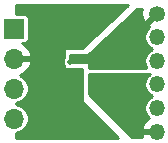
<source format=gbr>
%TF.GenerationSoftware,KiCad,Pcbnew,(5.1.10)-1*%
%TF.CreationDate,2021-07-29T15:12:46-05:00*%
%TF.ProjectId,FDC1004Q-Breakout,46444331-3030-4345-912d-427265616b6f,rev?*%
%TF.SameCoordinates,Original*%
%TF.FileFunction,Copper,L2,Bot*%
%TF.FilePolarity,Positive*%
%FSLAX46Y46*%
G04 Gerber Fmt 4.6, Leading zero omitted, Abs format (unit mm)*
G04 Created by KiCad (PCBNEW (5.1.10)-1) date 2021-07-29 15:12:46*
%MOMM*%
%LPD*%
G01*
G04 APERTURE LIST*
%TA.AperFunction,ComponentPad*%
%ADD10O,1.350000X1.350000*%
%TD*%
%TA.AperFunction,ComponentPad*%
%ADD11C,1.350000*%
%TD*%
%TA.AperFunction,ComponentPad*%
%ADD12O,1.700000X1.700000*%
%TD*%
%TA.AperFunction,ComponentPad*%
%ADD13R,1.700000X1.700000*%
%TD*%
%TA.AperFunction,ViaPad*%
%ADD14C,0.500000*%
%TD*%
%TA.AperFunction,Conductor*%
%ADD15C,0.254000*%
%TD*%
%TA.AperFunction,Conductor*%
%ADD16C,0.100000*%
%TD*%
G04 APERTURE END LIST*
D10*
%TO.P,J2,6*%
%TO.N,SHLD1*%
X146685000Y-109060000D03*
%TO.P,J2,5*%
%TO.N,CIN1*%
X146685000Y-107060000D03*
%TO.P,J2,4*%
%TO.N,CIN2*%
X146685000Y-105060000D03*
%TO.P,J2,3*%
%TO.N,CIN3*%
X146685000Y-103060000D03*
%TO.P,J2,2*%
%TO.N,CIN4*%
X146685000Y-101060000D03*
D11*
%TO.P,J2,1*%
%TO.N,SHLD2*%
X146685000Y-99060000D03*
%TD*%
D12*
%TO.P,J1,4*%
%TO.N,SDA*%
X134620000Y-107950000D03*
%TO.P,J1,3*%
%TO.N,SCL*%
X134620000Y-105410000D03*
%TO.P,J1,2*%
%TO.N,GND*%
X134620000Y-102870000D03*
D13*
%TO.P,J1,1*%
%TO.N,+3V3*%
X134620000Y-100330000D03*
%TD*%
D14*
%TO.N,GND*%
X139827000Y-101219000D03*
X143510000Y-98552000D03*
X137668000Y-98679000D03*
X135636000Y-109220000D03*
X142494000Y-109220000D03*
X137668000Y-102489000D03*
X139700000Y-104140000D03*
X137023683Y-103424066D03*
%TO.N,SHLD1*%
X142621000Y-105410000D03*
X144970500Y-105791000D03*
X144907000Y-104394000D03*
X141160500Y-104330500D03*
%TO.N,SHLD2*%
X139382500Y-103124000D03*
X141160500Y-103441500D03*
X143764000Y-102489000D03*
X144780000Y-103505000D03*
%TD*%
D15*
%TO.N,SHLD1*%
X146011839Y-104239751D02*
X145864751Y-104386839D01*
X145749185Y-104559796D01*
X145669581Y-104751976D01*
X145629000Y-104955993D01*
X145629000Y-105164007D01*
X145669581Y-105368024D01*
X145749185Y-105560204D01*
X145864751Y-105733161D01*
X146011839Y-105880249D01*
X146184796Y-105995815D01*
X146339751Y-106060000D01*
X146184796Y-106124185D01*
X146011839Y-106239751D01*
X145864751Y-106386839D01*
X145749185Y-106559796D01*
X145669581Y-106751976D01*
X145629000Y-106955993D01*
X145629000Y-107164007D01*
X145669581Y-107368024D01*
X145749185Y-107560204D01*
X145864751Y-107733161D01*
X146011839Y-107880249D01*
X146061283Y-107913286D01*
X145895463Y-108014656D01*
X145706697Y-108188773D01*
X145555527Y-108396371D01*
X145447762Y-108629472D01*
X145417090Y-108730600D01*
X145540776Y-108933000D01*
X146558000Y-108933000D01*
X146558000Y-108913000D01*
X146812000Y-108913000D01*
X146812000Y-108933000D01*
X146832000Y-108933000D01*
X146832000Y-109187000D01*
X146812000Y-109187000D01*
X146812000Y-109207000D01*
X146558000Y-109207000D01*
X146558000Y-109187000D01*
X145540776Y-109187000D01*
X145417090Y-109389400D01*
X145442749Y-109474000D01*
X144578606Y-109474000D01*
X140970000Y-105865394D01*
X140970000Y-104140000D01*
X146161127Y-104140000D01*
X146011839Y-104239751D01*
%TA.AperFunction,Conductor*%
D16*
G36*
X146011839Y-104239751D02*
G01*
X145864751Y-104386839D01*
X145749185Y-104559796D01*
X145669581Y-104751976D01*
X145629000Y-104955993D01*
X145629000Y-105164007D01*
X145669581Y-105368024D01*
X145749185Y-105560204D01*
X145864751Y-105733161D01*
X146011839Y-105880249D01*
X146184796Y-105995815D01*
X146339751Y-106060000D01*
X146184796Y-106124185D01*
X146011839Y-106239751D01*
X145864751Y-106386839D01*
X145749185Y-106559796D01*
X145669581Y-106751976D01*
X145629000Y-106955993D01*
X145629000Y-107164007D01*
X145669581Y-107368024D01*
X145749185Y-107560204D01*
X145864751Y-107733161D01*
X146011839Y-107880249D01*
X146061283Y-107913286D01*
X145895463Y-108014656D01*
X145706697Y-108188773D01*
X145555527Y-108396371D01*
X145447762Y-108629472D01*
X145417090Y-108730600D01*
X145540776Y-108933000D01*
X146558000Y-108933000D01*
X146558000Y-108913000D01*
X146812000Y-108913000D01*
X146812000Y-108933000D01*
X146832000Y-108933000D01*
X146832000Y-109187000D01*
X146812000Y-109187000D01*
X146812000Y-109207000D01*
X146558000Y-109207000D01*
X146558000Y-109187000D01*
X145540776Y-109187000D01*
X145417090Y-109389400D01*
X145442749Y-109474000D01*
X144578606Y-109474000D01*
X140970000Y-105865394D01*
X140970000Y-104140000D01*
X146161127Y-104140000D01*
X146011839Y-104239751D01*
G37*
%TD.AperFunction*%
%TD*%
D15*
%TO.N,SHLD2*%
X145381355Y-98877633D02*
X145370826Y-99135465D01*
X145410800Y-99390398D01*
X145499741Y-99632633D01*
X145550379Y-99727370D01*
X145781600Y-99783795D01*
X146505395Y-99060000D01*
X146491253Y-99045858D01*
X146670858Y-98866253D01*
X146685000Y-98880395D01*
X146699143Y-98866253D01*
X146878748Y-99045858D01*
X146864605Y-99060000D01*
X146878748Y-99074143D01*
X146699143Y-99253748D01*
X146685000Y-99239605D01*
X145961205Y-99963400D01*
X146017630Y-100194621D01*
X146054110Y-100211507D01*
X146011839Y-100239751D01*
X145864751Y-100386839D01*
X145749185Y-100559796D01*
X145669581Y-100751976D01*
X145629000Y-100955993D01*
X145629000Y-101164007D01*
X145669581Y-101368024D01*
X145749185Y-101560204D01*
X145864751Y-101733161D01*
X146011839Y-101880249D01*
X146184796Y-101995815D01*
X146339751Y-102060000D01*
X146184796Y-102124185D01*
X146011839Y-102239751D01*
X145864751Y-102386839D01*
X145749185Y-102559796D01*
X145669581Y-102751976D01*
X145629000Y-102955993D01*
X145629000Y-103164007D01*
X145669581Y-103368024D01*
X145749185Y-103560204D01*
X145797157Y-103632000D01*
X140970000Y-103632000D01*
X140970000Y-103314500D01*
X140967560Y-103289724D01*
X140960333Y-103265899D01*
X140948597Y-103243943D01*
X140932803Y-103224697D01*
X140913557Y-103208903D01*
X140891601Y-103197167D01*
X140867776Y-103189940D01*
X140843000Y-103187500D01*
X139319000Y-103187500D01*
X139319000Y-102552500D01*
X140843000Y-102552500D01*
X140867776Y-102550060D01*
X140891601Y-102542833D01*
X140913557Y-102531097D01*
X140929908Y-102518107D01*
X145020760Y-98679000D01*
X145429367Y-98679000D01*
X145381355Y-98877633D01*
%TA.AperFunction,Conductor*%
D16*
G36*
X145381355Y-98877633D02*
G01*
X145370826Y-99135465D01*
X145410800Y-99390398D01*
X145499741Y-99632633D01*
X145550379Y-99727370D01*
X145781600Y-99783795D01*
X146505395Y-99060000D01*
X146491253Y-99045858D01*
X146670858Y-98866253D01*
X146685000Y-98880395D01*
X146699143Y-98866253D01*
X146878748Y-99045858D01*
X146864605Y-99060000D01*
X146878748Y-99074143D01*
X146699143Y-99253748D01*
X146685000Y-99239605D01*
X145961205Y-99963400D01*
X146017630Y-100194621D01*
X146054110Y-100211507D01*
X146011839Y-100239751D01*
X145864751Y-100386839D01*
X145749185Y-100559796D01*
X145669581Y-100751976D01*
X145629000Y-100955993D01*
X145629000Y-101164007D01*
X145669581Y-101368024D01*
X145749185Y-101560204D01*
X145864751Y-101733161D01*
X146011839Y-101880249D01*
X146184796Y-101995815D01*
X146339751Y-102060000D01*
X146184796Y-102124185D01*
X146011839Y-102239751D01*
X145864751Y-102386839D01*
X145749185Y-102559796D01*
X145669581Y-102751976D01*
X145629000Y-102955993D01*
X145629000Y-103164007D01*
X145669581Y-103368024D01*
X145749185Y-103560204D01*
X145797157Y-103632000D01*
X140970000Y-103632000D01*
X140970000Y-103314500D01*
X140967560Y-103289724D01*
X140960333Y-103265899D01*
X140948597Y-103243943D01*
X140932803Y-103224697D01*
X140913557Y-103208903D01*
X140891601Y-103197167D01*
X140867776Y-103189940D01*
X140843000Y-103187500D01*
X139319000Y-103187500D01*
X139319000Y-102552500D01*
X140843000Y-102552500D01*
X140867776Y-102550060D01*
X140891601Y-102542833D01*
X140913557Y-102531097D01*
X140929908Y-102518107D01*
X145020760Y-98679000D01*
X145429367Y-98679000D01*
X145381355Y-98877633D01*
G37*
%TD.AperFunction*%
%TD*%
D15*
%TO.N,GND*%
X140411635Y-101981000D02*
X138938000Y-101981000D01*
X138913224Y-101983440D01*
X138889399Y-101990667D01*
X138867443Y-102002403D01*
X138848197Y-102018197D01*
X138832403Y-102037443D01*
X138820667Y-102059399D01*
X138813440Y-102083224D01*
X138811000Y-102108000D01*
X138811000Y-102854840D01*
X138775749Y-102939944D01*
X138751500Y-103061852D01*
X138751500Y-103186148D01*
X138775749Y-103308056D01*
X138811000Y-103393160D01*
X138811000Y-103632000D01*
X138813440Y-103656776D01*
X138820667Y-103680601D01*
X138832403Y-103702557D01*
X138848197Y-103721803D01*
X138867443Y-103737597D01*
X138889399Y-103749333D01*
X138913224Y-103756560D01*
X138938000Y-103759000D01*
X140335000Y-103759000D01*
X140335000Y-106426000D01*
X140337440Y-106450776D01*
X140344667Y-106474601D01*
X140356403Y-106496557D01*
X140372197Y-106515803D01*
X143457394Y-109601000D01*
X134747000Y-109601000D01*
X134747000Y-109179855D01*
X134979069Y-109133693D01*
X135203097Y-109040898D01*
X135404717Y-108906180D01*
X135576180Y-108734717D01*
X135710898Y-108533097D01*
X135803693Y-108309069D01*
X135851000Y-108071243D01*
X135851000Y-107828757D01*
X135803693Y-107590931D01*
X135710898Y-107366903D01*
X135576180Y-107165283D01*
X135404717Y-106993820D01*
X135203097Y-106859102D01*
X134979069Y-106766307D01*
X134747000Y-106720145D01*
X134747000Y-106639855D01*
X134979069Y-106593693D01*
X135203097Y-106500898D01*
X135404717Y-106366180D01*
X135576180Y-106194717D01*
X135710898Y-105993097D01*
X135803693Y-105769069D01*
X135851000Y-105531243D01*
X135851000Y-105288757D01*
X135803693Y-105050931D01*
X135710898Y-104826903D01*
X135576180Y-104625283D01*
X135404717Y-104453820D01*
X135203097Y-104319102D01*
X135088832Y-104271772D01*
X135251252Y-104214157D01*
X135501355Y-104065178D01*
X135717588Y-103870269D01*
X135891641Y-103636920D01*
X136016825Y-103374099D01*
X136061476Y-103226890D01*
X135940155Y-102997000D01*
X134747000Y-102997000D01*
X134747000Y-102743000D01*
X135940155Y-102743000D01*
X136061476Y-102513110D01*
X136016825Y-102365901D01*
X135891641Y-102103080D01*
X135717588Y-101869731D01*
X135501355Y-101674822D01*
X135313367Y-101562843D01*
X135470000Y-101562843D01*
X135544689Y-101555487D01*
X135616508Y-101533701D01*
X135682696Y-101498322D01*
X135740711Y-101450711D01*
X135788322Y-101392696D01*
X135823701Y-101326508D01*
X135845487Y-101254689D01*
X135852843Y-101180000D01*
X135852843Y-99480000D01*
X135845487Y-99405311D01*
X135823701Y-99333492D01*
X135788322Y-99267304D01*
X135740711Y-99209289D01*
X135682696Y-99161678D01*
X135616508Y-99126299D01*
X135544689Y-99104513D01*
X135470000Y-99097157D01*
X134747000Y-99097157D01*
X134747000Y-98323000D01*
X144298260Y-98323000D01*
X140411635Y-101981000D01*
%TA.AperFunction,Conductor*%
D16*
G36*
X140411635Y-101981000D02*
G01*
X138938000Y-101981000D01*
X138913224Y-101983440D01*
X138889399Y-101990667D01*
X138867443Y-102002403D01*
X138848197Y-102018197D01*
X138832403Y-102037443D01*
X138820667Y-102059399D01*
X138813440Y-102083224D01*
X138811000Y-102108000D01*
X138811000Y-102854840D01*
X138775749Y-102939944D01*
X138751500Y-103061852D01*
X138751500Y-103186148D01*
X138775749Y-103308056D01*
X138811000Y-103393160D01*
X138811000Y-103632000D01*
X138813440Y-103656776D01*
X138820667Y-103680601D01*
X138832403Y-103702557D01*
X138848197Y-103721803D01*
X138867443Y-103737597D01*
X138889399Y-103749333D01*
X138913224Y-103756560D01*
X138938000Y-103759000D01*
X140335000Y-103759000D01*
X140335000Y-106426000D01*
X140337440Y-106450776D01*
X140344667Y-106474601D01*
X140356403Y-106496557D01*
X140372197Y-106515803D01*
X143457394Y-109601000D01*
X134747000Y-109601000D01*
X134747000Y-109179855D01*
X134979069Y-109133693D01*
X135203097Y-109040898D01*
X135404717Y-108906180D01*
X135576180Y-108734717D01*
X135710898Y-108533097D01*
X135803693Y-108309069D01*
X135851000Y-108071243D01*
X135851000Y-107828757D01*
X135803693Y-107590931D01*
X135710898Y-107366903D01*
X135576180Y-107165283D01*
X135404717Y-106993820D01*
X135203097Y-106859102D01*
X134979069Y-106766307D01*
X134747000Y-106720145D01*
X134747000Y-106639855D01*
X134979069Y-106593693D01*
X135203097Y-106500898D01*
X135404717Y-106366180D01*
X135576180Y-106194717D01*
X135710898Y-105993097D01*
X135803693Y-105769069D01*
X135851000Y-105531243D01*
X135851000Y-105288757D01*
X135803693Y-105050931D01*
X135710898Y-104826903D01*
X135576180Y-104625283D01*
X135404717Y-104453820D01*
X135203097Y-104319102D01*
X135088832Y-104271772D01*
X135251252Y-104214157D01*
X135501355Y-104065178D01*
X135717588Y-103870269D01*
X135891641Y-103636920D01*
X136016825Y-103374099D01*
X136061476Y-103226890D01*
X135940155Y-102997000D01*
X134747000Y-102997000D01*
X134747000Y-102743000D01*
X135940155Y-102743000D01*
X136061476Y-102513110D01*
X136016825Y-102365901D01*
X135891641Y-102103080D01*
X135717588Y-101869731D01*
X135501355Y-101674822D01*
X135313367Y-101562843D01*
X135470000Y-101562843D01*
X135544689Y-101555487D01*
X135616508Y-101533701D01*
X135682696Y-101498322D01*
X135740711Y-101450711D01*
X135788322Y-101392696D01*
X135823701Y-101326508D01*
X135845487Y-101254689D01*
X135852843Y-101180000D01*
X135852843Y-99480000D01*
X135845487Y-99405311D01*
X135823701Y-99333492D01*
X135788322Y-99267304D01*
X135740711Y-99209289D01*
X135682696Y-99161678D01*
X135616508Y-99126299D01*
X135544689Y-99104513D01*
X135470000Y-99097157D01*
X134747000Y-99097157D01*
X134747000Y-98323000D01*
X144298260Y-98323000D01*
X140411635Y-101981000D01*
G37*
%TD.AperFunction*%
%TD*%
M02*

</source>
